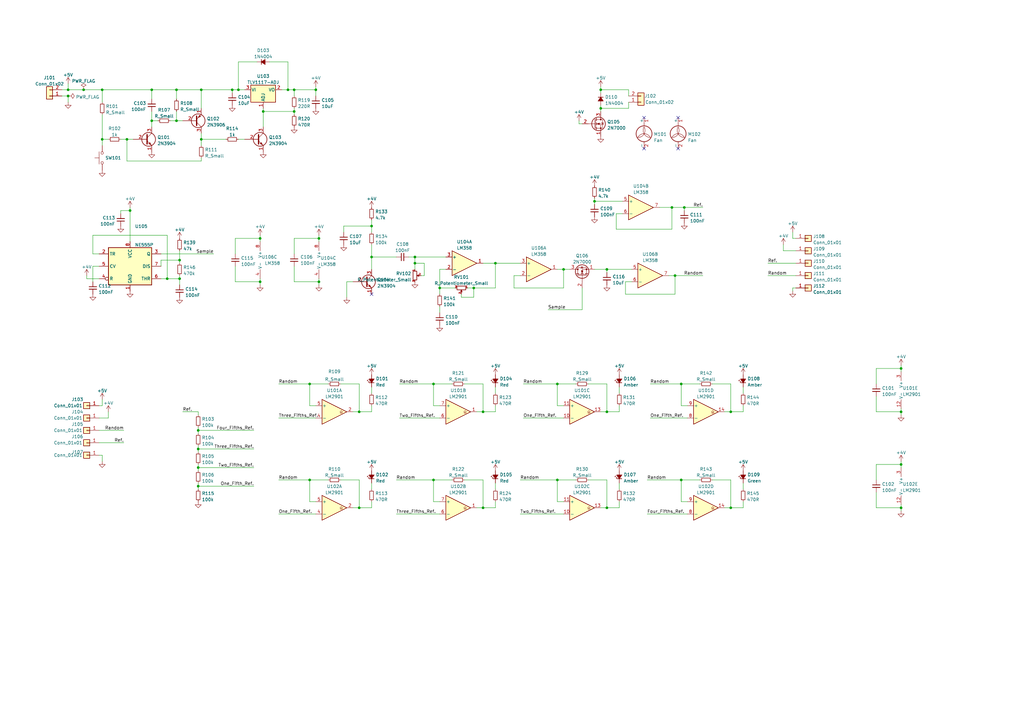
<source format=kicad_sch>
(kicad_sch (version 20211123) (generator eeschema)
  (paper "A3")
  (junction (at 81.28 191.77))
  (junction (at 127 157.48))
  (junction (at 82.55 36.83))
  (junction (at 228.6 157.48))
  (junction (at 41.91 57.15))
  (junction (at 81.28 199.39))
  (junction (at 106.68 97.79))
  (junction (at 62.23 36.83))
  (junction (at 299.72 168.91))
  (junction (at 68.58 114.3))
  (junction (at 231.14 110.49))
  (junction (at 62.23 49.53))
  (junction (at 27.94 39.37))
  (junction (at 34.29 36.83))
  (junction (at 369.57 151.13))
  (junction (at 82.55 57.15))
  (junction (at 53.34 86.36))
  (junction (at 73.66 114.3))
  (junction (at 81.28 184.15))
  (junction (at 369.57 168.91))
  (junction (at 106.68 115.57))
  (junction (at 118.11 36.83))
  (junction (at 177.8 157.48))
  (junction (at 170.18 107.95))
  (junction (at 97.79 36.83))
  (junction (at 130.81 97.79))
  (junction (at 27.94 36.83))
  (junction (at 72.39 49.53))
  (junction (at 73.66 106.68))
  (junction (at 248.92 168.91))
  (junction (at 276.86 113.03))
  (junction (at 198.12 208.28))
  (junction (at 170.18 105.41))
  (junction (at 194.31 118.11))
  (junction (at 152.4 105.41))
  (junction (at 275.59 85.09))
  (junction (at 177.8 196.85))
  (junction (at 152.4 92.71))
  (junction (at 180.34 118.11))
  (junction (at 127 196.85))
  (junction (at 129.54 36.83))
  (junction (at 72.39 36.83))
  (junction (at 120.65 45.72))
  (junction (at 243.84 82.55))
  (junction (at 130.81 115.57))
  (junction (at 248.92 208.28))
  (junction (at 246.38 36.83))
  (junction (at 95.25 36.83))
  (junction (at 81.28 176.53))
  (junction (at 147.32 168.91))
  (junction (at 198.12 168.91))
  (junction (at 369.57 208.28))
  (junction (at 41.91 36.83))
  (junction (at 248.92 110.49))
  (junction (at 279.4 157.48))
  (junction (at 369.57 190.5))
  (junction (at 147.32 208.28))
  (junction (at 280.67 85.09))
  (junction (at 246.38 44.45))
  (junction (at 52.07 57.15))
  (junction (at 299.72 208.28))
  (junction (at 107.95 45.72))
  (junction (at 279.4 196.85))
  (junction (at 120.65 36.83))
  (junction (at 203.2 107.95))
  (junction (at 228.6 196.85))
  (no_connect (at 278.13 60.96))
  (no_connect (at 278.13 48.26))
  (no_connect (at 264.16 48.26))
  (no_connect (at 264.16 60.96))
  (no_connect (at 152.4 120.65))
  (wire (pts (xy 81.28 182.88) (xy 81.28 184.15)))
  (wire (pts (xy 275.59 85.09) (xy 280.67 85.09)))
  (wire (pts (xy 314.96 113.03) (xy 326.39 113.03)))
  (wire (pts (xy 95.25 36.83) (xy 95.25 38.1)))
  (wire (pts (xy 115.57 36.83) (xy 118.11 36.83)))
  (wire (pts (xy 62.23 45.72) (xy 62.23 49.53)))
  (wire (pts (xy 304.8 205.74) (xy 304.8 208.28)))
  (wire (pts (xy 81.28 175.26) (xy 81.28 176.53)))
  (wire (pts (xy 114.3 196.85) (xy 127 196.85)))
  (wire (pts (xy 38.1 96.52) (xy 68.58 96.52)))
  (wire (pts (xy 38.1 104.14) (xy 38.1 96.52)))
  (wire (pts (xy 279.4 157.48) (xy 287.02 157.48)))
  (wire (pts (xy 224.79 127) (xy 238.76 127)))
  (wire (pts (xy 203.2 198.12) (xy 203.2 200.66)))
  (wire (pts (xy 185.42 196.85) (xy 177.8 196.85)))
  (wire (pts (xy 191.77 118.11) (xy 194.31 118.11)))
  (wire (pts (xy 243.84 82.55) (xy 243.84 83.82)))
  (wire (pts (xy 152.4 92.71) (xy 140.97 92.71)))
  (wire (pts (xy 66.04 106.68) (xy 73.66 106.68)))
  (wire (pts (xy 167.64 105.41) (xy 170.18 105.41)))
  (wire (pts (xy 41.91 163.83) (xy 41.91 166.37)))
  (wire (pts (xy 66.04 109.22) (xy 66.04 106.68)))
  (wire (pts (xy 180.34 110.49) (xy 180.34 118.11)))
  (wire (pts (xy 252.73 93.98) (xy 275.59 93.98)))
  (wire (pts (xy 369.57 149.86) (xy 369.57 151.13)))
  (wire (pts (xy 243.84 110.49) (xy 248.92 110.49)))
  (wire (pts (xy 142.24 115.57) (xy 144.78 115.57)))
  (wire (pts (xy 130.81 115.57) (xy 130.81 116.84)))
  (wire (pts (xy 81.28 176.53) (xy 81.28 177.8)))
  (wire (pts (xy 152.4 158.75) (xy 152.4 161.29)))
  (wire (pts (xy 326.39 97.79) (xy 325.12 97.79)))
  (wire (pts (xy 203.2 107.95) (xy 198.12 107.95)))
  (wire (pts (xy 248.92 208.28) (xy 248.92 196.85)))
  (wire (pts (xy 237.49 50.8) (xy 237.49 49.53)))
  (wire (pts (xy 180.34 118.11) (xy 180.34 120.65)))
  (wire (pts (xy 203.2 107.95) (xy 203.2 118.11)))
  (wire (pts (xy 72.39 36.83) (xy 82.55 36.83)))
  (wire (pts (xy 369.57 168.91) (xy 369.57 167.64)))
  (wire (pts (xy 74.93 168.91) (xy 81.28 168.91)))
  (wire (pts (xy 246.38 44.45) (xy 257.81 44.45)))
  (wire (pts (xy 81.28 191.77) (xy 104.14 191.77)))
  (wire (pts (xy 369.57 151.13) (xy 359.41 151.13)))
  (wire (pts (xy 279.4 196.85) (xy 287.02 196.85)))
  (wire (pts (xy 299.72 208.28) (xy 297.18 208.28)))
  (wire (pts (xy 170.18 107.95) (xy 170.18 110.49)))
  (wire (pts (xy 82.55 36.83) (xy 95.25 36.83)))
  (wire (pts (xy 81.28 168.91) (xy 81.28 170.18)))
  (wire (pts (xy 41.91 36.83) (xy 41.91 41.91)))
  (wire (pts (xy 246.38 36.83) (xy 246.38 38.1)))
  (wire (pts (xy 66.04 114.3) (xy 68.58 114.3)))
  (wire (pts (xy 203.2 205.74) (xy 203.2 208.28)))
  (wire (pts (xy 120.65 97.79) (xy 120.65 104.14)))
  (wire (pts (xy 198.12 196.85) (xy 190.5 196.85)))
  (wire (pts (xy 127 166.37) (xy 129.54 166.37)))
  (wire (pts (xy 170.18 105.41) (xy 170.18 107.95)))
  (wire (pts (xy 41.91 57.15) (xy 41.91 59.69)))
  (wire (pts (xy 359.41 162.56) (xy 359.41 168.91)))
  (wire (pts (xy 254 158.75) (xy 254 161.29)))
  (wire (pts (xy 120.65 36.83) (xy 129.54 36.83)))
  (wire (pts (xy 255.27 87.63) (xy 252.73 87.63)))
  (wire (pts (xy 359.41 201.93) (xy 359.41 208.28)))
  (wire (pts (xy 38.1 109.22) (xy 38.1 115.57)))
  (wire (pts (xy 81.28 184.15) (xy 104.14 184.15)))
  (wire (pts (xy 120.65 115.57) (xy 120.65 109.22)))
  (wire (pts (xy 276.86 113.03) (xy 274.32 113.03)))
  (wire (pts (xy 25.4 36.83) (xy 27.94 36.83)))
  (wire (pts (xy 280.67 85.09) (xy 280.67 86.36)))
  (wire (pts (xy 189.23 121.92) (xy 194.31 121.92)))
  (wire (pts (xy 95.25 36.83) (xy 97.79 36.83)))
  (wire (pts (xy 114.3 171.45) (xy 129.54 171.45)))
  (wire (pts (xy 82.55 54.61) (xy 82.55 57.15)))
  (wire (pts (xy 142.24 121.92) (xy 142.24 115.57)))
  (wire (pts (xy 254 205.74) (xy 254 208.28)))
  (wire (pts (xy 198.12 168.91) (xy 195.58 168.91)))
  (wire (pts (xy 73.66 113.03) (xy 73.66 114.3)))
  (wire (pts (xy 152.4 90.17) (xy 152.4 92.71)))
  (wire (pts (xy 27.94 39.37) (xy 27.94 41.91)))
  (wire (pts (xy 72.39 49.53) (xy 74.93 49.53)))
  (wire (pts (xy 81.28 184.15) (xy 81.28 185.42)))
  (wire (pts (xy 62.23 36.83) (xy 72.39 36.83)))
  (wire (pts (xy 134.62 157.48) (xy 127 157.48)))
  (wire (pts (xy 41.91 57.15) (xy 44.45 57.15)))
  (wire (pts (xy 257.81 41.91) (xy 257.81 44.45)))
  (wire (pts (xy 129.54 35.56) (xy 129.54 36.83)))
  (wire (pts (xy 304.8 208.28) (xy 299.72 208.28)))
  (wire (pts (xy 118.11 25.4) (xy 118.11 36.83)))
  (wire (pts (xy 96.52 104.14) (xy 96.52 97.79)))
  (wire (pts (xy 254 208.28) (xy 248.92 208.28)))
  (wire (pts (xy 228.6 196.85) (xy 236.22 196.85)))
  (wire (pts (xy 213.36 196.85) (xy 228.6 196.85)))
  (wire (pts (xy 118.11 36.83) (xy 120.65 36.83)))
  (wire (pts (xy 299.72 168.91) (xy 304.8 168.91)))
  (wire (pts (xy 189.23 120.65) (xy 189.23 121.92)))
  (wire (pts (xy 369.57 208.28) (xy 369.57 207.01)))
  (wire (pts (xy 254 166.37) (xy 254 168.91)))
  (wire (pts (xy 114.3 210.82) (xy 129.54 210.82)))
  (wire (pts (xy 152.4 166.37) (xy 152.4 168.91)))
  (wire (pts (xy 41.91 46.99) (xy 41.91 57.15)))
  (wire (pts (xy 97.79 57.15) (xy 100.33 57.15)))
  (wire (pts (xy 162.56 210.82) (xy 180.34 210.82)))
  (wire (pts (xy 147.32 208.28) (xy 147.32 196.85)))
  (wire (pts (xy 252.73 87.63) (xy 252.73 93.98)))
  (wire (pts (xy 152.4 208.28) (xy 147.32 208.28)))
  (wire (pts (xy 265.43 196.85) (xy 279.4 196.85)))
  (wire (pts (xy 170.18 105.41) (xy 182.88 105.41)))
  (wire (pts (xy 152.4 105.41) (xy 152.4 110.49)))
  (wire (pts (xy 246.38 35.56) (xy 246.38 36.83)))
  (wire (pts (xy 49.53 57.15) (xy 52.07 57.15)))
  (wire (pts (xy 198.12 168.91) (xy 198.12 157.48)))
  (wire (pts (xy 81.28 199.39) (xy 104.14 199.39)))
  (wire (pts (xy 257.81 36.83) (xy 246.38 36.83)))
  (wire (pts (xy 276.86 120.65) (xy 276.86 113.03)))
  (wire (pts (xy 27.94 36.83) (xy 34.29 36.83)))
  (wire (pts (xy 53.34 86.36) (xy 53.34 99.06)))
  (wire (pts (xy 304.8 198.12) (xy 304.8 200.66)))
  (wire (pts (xy 231.14 118.11) (xy 231.14 110.49)))
  (wire (pts (xy 246.38 45.72) (xy 246.38 44.45)))
  (wire (pts (xy 147.32 196.85) (xy 139.7 196.85)))
  (wire (pts (xy 53.34 85.09) (xy 53.34 86.36)))
  (wire (pts (xy 62.23 36.83) (xy 62.23 40.64)))
  (wire (pts (xy 69.85 49.53) (xy 72.39 49.53)))
  (wire (pts (xy 170.18 107.95) (xy 173.99 107.95)))
  (wire (pts (xy 106.68 97.79) (xy 106.68 99.06)))
  (wire (pts (xy 177.8 166.37) (xy 180.34 166.37)))
  (wire (pts (xy 198.12 208.28) (xy 198.12 196.85)))
  (wire (pts (xy 299.72 157.48) (xy 292.1 157.48)))
  (wire (pts (xy 275.59 93.98) (xy 275.59 85.09)))
  (wire (pts (xy 214.63 171.45) (xy 231.14 171.45)))
  (wire (pts (xy 120.65 36.83) (xy 120.65 39.37)))
  (wire (pts (xy 127 205.74) (xy 129.54 205.74)))
  (wire (pts (xy 180.34 125.73) (xy 180.34 128.27)))
  (wire (pts (xy 256.54 120.65) (xy 276.86 120.65)))
  (wire (pts (xy 304.8 158.75) (xy 304.8 161.29)))
  (wire (pts (xy 162.56 196.85) (xy 177.8 196.85)))
  (wire (pts (xy 369.57 191.77) (xy 369.57 190.5)))
  (wire (pts (xy 369.57 190.5) (xy 359.41 190.5)))
  (wire (pts (xy 321.31 102.87) (xy 321.31 100.33)))
  (wire (pts (xy 275.59 85.09) (xy 270.51 85.09)))
  (wire (pts (xy 190.5 157.48) (xy 198.12 157.48)))
  (wire (pts (xy 198.12 208.28) (xy 195.58 208.28)))
  (wire (pts (xy 369.57 151.13) (xy 369.57 152.4)))
  (wire (pts (xy 231.14 205.74) (xy 228.6 205.74)))
  (wire (pts (xy 172.72 113.03) (xy 173.99 113.03)))
  (wire (pts (xy 106.68 115.57) (xy 106.68 116.84)))
  (wire (pts (xy 144.78 168.91) (xy 147.32 168.91)))
  (wire (pts (xy 246.38 43.18) (xy 246.38 44.45)))
  (wire (pts (xy 243.84 82.55) (xy 255.27 82.55)))
  (wire (pts (xy 248.92 110.49) (xy 259.08 110.49)))
  (wire (pts (xy 127 196.85) (xy 127 205.74)))
  (wire (pts (xy 114.3 157.48) (xy 127 157.48)))
  (wire (pts (xy 243.84 81.28) (xy 243.84 82.55)))
  (wire (pts (xy 35.56 113.03) (xy 35.56 114.3)))
  (wire (pts (xy 266.7 157.48) (xy 279.4 157.48)))
  (wire (pts (xy 68.58 114.3) (xy 73.66 114.3)))
  (wire (pts (xy 248.92 208.28) (xy 246.38 208.28)))
  (wire (pts (xy 256.54 115.57) (xy 256.54 120.65)))
  (wire (pts (xy 280.67 85.09) (xy 288.29 85.09)))
  (wire (pts (xy 40.64 186.69) (xy 41.91 186.69)))
  (wire (pts (xy 72.39 45.72) (xy 72.39 49.53)))
  (wire (pts (xy 359.41 168.91) (xy 369.57 168.91)))
  (wire (pts (xy 180.34 118.11) (xy 186.69 118.11)))
  (wire (pts (xy 73.66 106.68) (xy 73.66 107.95)))
  (wire (pts (xy 163.83 157.48) (xy 177.8 157.48)))
  (wire (pts (xy 62.23 49.53) (xy 62.23 52.07)))
  (wire (pts (xy 41.91 36.83) (xy 62.23 36.83)))
  (wire (pts (xy 203.2 168.91) (xy 198.12 168.91)))
  (wire (pts (xy 107.95 44.45) (xy 107.95 45.72)))
  (wire (pts (xy 96.52 115.57) (xy 96.52 109.22)))
  (wire (pts (xy 118.11 25.4) (xy 110.49 25.4)))
  (wire (pts (xy 40.64 176.53) (xy 50.8 176.53)))
  (wire (pts (xy 120.65 44.45) (xy 120.65 45.72)))
  (wire (pts (xy 73.66 114.3) (xy 73.66 116.84)))
  (wire (pts (xy 281.94 205.74) (xy 279.4 205.74)))
  (wire (pts (xy 130.81 114.3) (xy 130.81 115.57)))
  (wire (pts (xy 81.28 191.77) (xy 81.28 193.04)))
  (wire (pts (xy 299.72 168.91) (xy 297.18 168.91)))
  (wire (pts (xy 53.34 86.36) (xy 49.53 86.36)))
  (wire (pts (xy 41.91 186.69) (xy 41.91 189.23)))
  (wire (pts (xy 359.41 208.28) (xy 369.57 208.28)))
  (wire (pts (xy 68.58 96.52) (xy 68.58 114.3)))
  (wire (pts (xy 369.57 168.91) (xy 369.57 170.18)))
  (wire (pts (xy 52.07 57.15) (xy 54.61 57.15)))
  (wire (pts (xy 177.8 196.85) (xy 177.8 205.74)))
  (wire (pts (xy 266.7 171.45) (xy 281.94 171.45)))
  (wire (pts (xy 228.6 157.48) (xy 228.6 166.37)))
  (wire (pts (xy 213.36 210.82) (xy 231.14 210.82)))
  (wire (pts (xy 359.41 190.5) (xy 359.41 196.85)))
  (wire (pts (xy 248.92 168.91) (xy 248.92 157.48)))
  (wire (pts (xy 120.65 45.72) (xy 120.65 46.99)))
  (wire (pts (xy 82.55 57.15) (xy 82.55 59.69)))
  (wire (pts (xy 304.8 166.37) (xy 304.8 168.91)))
  (wire (pts (xy 369.57 189.23) (xy 369.57 190.5)))
  (wire (pts (xy 130.81 115.57) (xy 120.65 115.57)))
  (wire (pts (xy 130.81 97.79) (xy 130.81 99.06)))
  (wire (pts (xy 359.41 151.13) (xy 359.41 157.48)))
  (wire (pts (xy 259.08 115.57) (xy 256.54 115.57)))
  (wire (pts (xy 40.64 114.3) (xy 35.56 114.3)))
  (wire (pts (xy 265.43 210.82) (xy 281.94 210.82)))
  (wire (pts (xy 231.14 110.49) (xy 233.68 110.49)))
  (wire (pts (xy 44.45 168.91) (xy 44.45 171.45)))
  (wire (pts (xy 107.95 45.72) (xy 107.95 52.07)))
  (wire (pts (xy 25.4 39.37) (xy 27.94 39.37)))
  (wire (pts (xy 238.76 118.11) (xy 238.76 127)))
  (wire (pts (xy 152.4 105.41) (xy 162.56 105.41)))
  (wire (pts (xy 248.92 157.48) (xy 241.3 157.48)))
  (wire (pts (xy 81.28 198.12) (xy 81.28 199.39)))
  (wire (pts (xy 228.6 205.74) (xy 228.6 196.85)))
  (wire (pts (xy 325.12 118.11) (xy 325.12 119.38)))
  (wire (pts (xy 147.32 168.91) (xy 152.4 168.91)))
  (wire (pts (xy 106.68 114.3) (xy 106.68 115.57)))
  (wire (pts (xy 299.72 168.91) (xy 299.72 157.48)))
  (wire (pts (xy 107.95 45.72) (xy 120.65 45.72)))
  (wire (pts (xy 248.92 196.85) (xy 241.3 196.85)))
  (wire (pts (xy 152.4 205.74) (xy 152.4 208.28)))
  (wire (pts (xy 325.12 97.79) (xy 325.12 95.25)))
  (wire (pts (xy 106.68 96.52) (xy 106.68 97.79)))
  (wire (pts (xy 134.62 196.85) (xy 127 196.85)))
  (wire (pts (xy 177.8 157.48) (xy 177.8 166.37)))
  (wire (pts (xy 44.45 171.45) (xy 40.64 171.45)))
  (wire (pts (xy 185.42 157.48) (xy 177.8 157.48)))
  (wire (pts (xy 248.92 168.91) (xy 246.38 168.91)))
  (wire (pts (xy 276.86 113.03) (xy 288.29 113.03)))
  (wire (pts (xy 147.32 208.28) (xy 144.78 208.28)))
  (wire (pts (xy 152.4 100.33) (xy 152.4 105.41)))
  (wire (pts (xy 254 168.91) (xy 248.92 168.91)))
  (wire (pts (xy 163.83 171.45) (xy 180.34 171.45)))
  (wire (pts (xy 82.55 57.15) (xy 92.71 57.15)))
  (wire (pts (xy 173.99 113.03) (xy 173.99 107.95)))
  (wire (pts (xy 203.2 107.95) (xy 213.36 107.95)))
  (wire (pts (xy 82.55 66.04) (xy 82.55 64.77)))
  (wire (pts (xy 147.32 157.48) (xy 139.7 157.48)))
  (wire (pts (xy 97.79 36.83) (xy 100.33 36.83)))
  (wire (pts (xy 130.81 96.52) (xy 130.81 97.79)))
  (wire (pts (xy 129.54 36.83) (xy 129.54 39.37)))
  (wire (pts (xy 214.63 157.48) (xy 228.6 157.48)))
  (wire (pts (xy 236.22 157.48) (xy 228.6 157.48)))
  (wire (pts (xy 238.76 50.8) (xy 237.49 50.8)))
  (wire (pts (xy 299.72 208.28) (xy 299.72 196.85)))
  (wire (pts (xy 52.07 66.04) (xy 82.55 66.04)))
  (wire (pts (xy 254 198.12) (xy 254 200.66)))
  (wire (pts (xy 203.2 208.28) (xy 198.12 208.28)))
  (wire (pts (xy 314.96 107.95) (xy 326.39 107.95)))
  (wire (pts (xy 228.6 110.49) (xy 231.14 110.49)))
  (wire (pts (xy 326.39 102.87) (xy 321.31 102.87)))
  (wire (pts (xy 82.55 36.83) (xy 82.55 44.45)))
  (wire (pts (xy 97.79 25.4) (xy 97.79 36.83)))
  (wire (pts (xy 152.4 92.71) (xy 152.4 95.25)))
  (wire (pts (xy 203.2 166.37) (xy 203.2 168.91)))
  (wire (pts (xy 152.4 198.12) (xy 152.4 200.66)))
  (wire (pts (xy 52.07 66.04) (xy 52.07 57.15)))
  (wire (pts (xy 40.64 181.61) (xy 50.8 181.61)))
  (wire (pts (xy 228.6 166.37) (xy 231.14 166.37)))
  (wire (pts (xy 106.68 115.57) (xy 96.52 115.57)))
  (wire (pts (xy 299.72 196.85) (xy 292.1 196.85)))
  (wire (pts (xy 34.29 36.83) (xy 41.91 36.83)))
  (wire (pts (xy 40.64 109.22) (xy 38.1 109.22)))
  (wire (pts (xy 194.31 121.92) (xy 194.31 118.11)))
  (wire (pts (xy 203.2 158.75) (xy 203.2 161.29)))
  (wire (pts (xy 127 157.48) (xy 127 166.37)))
  (wire (pts (xy 279.4 166.37) (xy 281.94 166.37)))
  (wire (pts (xy 194.31 118.11) (xy 203.2 118.11)))
  (wire (pts (xy 40.64 166.37) (xy 41.91 166.37)))
  (wire (pts (xy 326.39 118.11) (xy 325.12 118.11)))
  (wire (pts (xy 81.28 176.53) (xy 104.14 176.53)))
  (wire (pts (xy 81.28 190.5) (xy 81.28 191.77)))
  (wire (pts (xy 105.41 25.4) (xy 97.79 25.4)))
  (wire (pts (xy 130.81 97.79) (xy 120.65 97.79)))
  (wire (pts (xy 81.28 199.39) (xy 81.28 200.66)))
  (wire (pts (xy 72.39 36.83) (xy 72.39 40.64)))
  (wire (pts (xy 66.04 104.14) (xy 87.63 104.14)))
  (wire (pts (xy 62.23 49.53) (xy 64.77 49.53)))
  (wire (pts (xy 210.82 113.03) (xy 210.82 118.11)))
  (wire (pts (xy 177.8 205.74) (xy 180.34 205.74)))
  (wire (pts (xy 147.32 168.91) (xy 147.32 157.48)))
  (wire (pts (xy 73.66 102.87) (xy 73.66 106.68)))
  (wire (pts (xy 210.82 118.11) (xy 231.14 118.11)))
  (wire (pts (xy 248.92 110.49) (xy 248.92 111.76)))
  (wire (pts (xy 40.64 104.14) (xy 38.1 104.14)))
  (wire (pts (xy 27.94 34.29) (xy 27.94 36.83)))
  (wire (pts (xy 182.88 110.49) (xy 180.34 110.49)))
  (wire (pts (xy 279.4 205.74) (xy 279.4 196.85)))
  (wire (pts (xy 213.36 113.03) (xy 210.82 113.03)))
  (wire (pts (xy 257.81 39.37) (xy 257.81 36.83)))
  (wire (pts (xy 369.57 208.28) (xy 369.57 209.55)))
  (wire (pts (xy 49.53 86.36) (xy 49.53 87.63)))
  (wire (pts (xy 96.52 97.79) (xy 106.68 97.79)))
  (wire (pts (xy 140.97 92.71) (xy 140.97 95.25)))
  (wire (pts (xy 279.4 166.37) (xy 279.4 157.48)))
  (label "Random" (at 163.83 157.48 0))
  (label "Four_Fifths_Ref." (at 265.43 210.82 0))
  (label "Three_Fifths_Ref." (at 162.56 210.82 0))
  (label "Sample" (at 224.79 127 0))
  (label "Four_Fifths_Ref." (at 104.14 176.53 180))
  (label "Random" (at 114.3 196.85 0))
  (label "Random" (at 266.7 157.48 0))
  (label "One_Fifth_Ref." (at 114.3 210.82 0))
  (label "Ref." (at 50.8 181.61 180))
  (label "Two_Fifths_Ref." (at 213.36 210.82 0))
  (label "Three_Fifths_Ref." (at 114.3 171.45 0))
  (label "Ref." (at 314.96 107.95 0))
  (label "Random" (at 162.56 196.85 0))
  (label "Random" (at 214.63 157.48 0))
  (label "Three_Fifths_Ref." (at 104.14 184.15 180))
  (label "Random" (at 288.29 113.03 180))
  (label "Sample" (at 87.63 104.14 180))
  (label "Ref." (at 288.29 85.09 180))
  (label "Random" (at 314.96 113.03 0))
  (label "Random" (at 114.3 157.48 0))
  (label "Two_Fifths_Ref." (at 163.83 171.45 0))
  (label "One_Fifth_Ref." (at 214.63 171.45 0))
  (label "One_Fifth_Ref." (at 104.14 199.39 180))
  (label "One_Fifth_Ref." (at 266.7 171.45 0))
  (label "Two_Fifths_Ref." (at 104.14 191.77 180))
  (label "Random" (at 213.36 196.85 0))
  (label "Random" (at 50.8 176.53 180))
  (label "Ref." (at 74.93 168.91 0))
  (label "Random" (at 265.43 196.85 0))
  (symbol (lib_id "Device:R_Small") (at 203.2 203.2 180) (unit 1)
    (property "Reference" "R124" (at 204.6986 202.3653 0) (effects (justify right)))
    (property "Value" "470R" (at 204.6986 204.9022 0) (effects (justify right)))
    (property "Footprint" "Resistor_THT:R_Axial_DIN0204_L3.6mm_D1.6mm_P1.90mm_Vertical" (effects hide))
  )
  (symbol (lib_id "Device:R_Small") (at 41.91 44.45 0) (unit 1)
    (property "Reference" "R101" (at 43.4086 43.6153 0) (effects (justify left)))
    (property "Value" "R_Small" (at 43.4086 46.1522 0) (effects (justify left)))
    (property "Footprint" "Resistor_THT:R_Axial_DIN0204_L3.6mm_D1.6mm_P5.08mm_Horizontal" (effects hide))
  )
  (symbol (lib_id "Amplifier_Operational:LM358") (at 220.98 110.49 0) (unit 1)
    (property "Reference" "U106" (at 220.98 101.7102 0))
    (property "Value" "LM358" (at 220.98 104.2471 0))
    (property "Footprint" "Package_DIP:DIP-8_W7.62mm" (effects hide))
    (property "Datasheet" "http://www.ti.com/lit/ds/symlink/lm2904-n.pdf" (effects hide))
  )
  (symbol (lib_id "novasource_parts:GND") (at 180.34 133.35 0) (unit 1)
    (property "Reference" "#PWR0135" (effects hide))
    (property "Value" "GND" (effects hide))
  )
  (symbol (lib_id "Device:R_Small") (at 238.76 157.48 90) (unit 1)
    (property "Reference" "R129" (at 238.76 153.0436 90))
    (property "Value" "R_Small" (at 238.76 155.5805 90))
    (property "Footprint" "Resistor_THT:R_Axial_DIN0204_L3.6mm_D1.6mm_P1.90mm_Vertical" (effects hide))
  )
  (symbol (lib_id "Switch:SW_Push") (at 41.91 64.77 90) (unit 1)
    (property "Reference" "SW101" (at 43.18 64.77 90) (effects (justify right)))
    (property "Value" "SW_Push" (effects hide))
    (property "Footprint" "Button_Switch_THT:SW_PUSH_6mm" (effects hide))
  )
  (symbol (lib_id "Device:D_Small_Filled") (at 107.95 25.4 0) (unit 1)
    (property "Reference" "D103" (at 107.95 20.6842 0))
    (property "Value" "1N4004" (at 107.95 23.2211 0))
    (property "Footprint" "Diode_THT:D_DO-41_SOD81_P2.54mm_Vertical_AnodeUp" (effects hide))
  )
  (symbol (lib_id "novasource_parts:GND") (at 107.95 62.23 0) (mirror y) (unit 1)
    (property "Reference" "#PWR0114" (effects hide))
    (property "Value" "GND" (effects hide))
  )
  (symbol (lib_id "Device:R_Small") (at 289.56 157.48 90) (unit 1)
    (property "Reference" "R142" (at 289.56 153.0436 90))
    (property "Value" "R_Small" (at 289.56 155.5805 90))
    (property "Footprint" "Resistor_THT:R_Axial_DIN0204_L3.6mm_D1.6mm_P1.90mm_Vertical" (effects hide))
  )
  (symbol (lib_id "novasource_parts:GND") (at 248.92 116.84 0) (unit 1)
    (property "Reference" "#PWR0152" (effects hide))
    (property "Value" "GND" (effects hide))
  )
  (symbol (lib_id "Device:C_Small") (at 359.41 199.39 0) (unit 1)
    (property "Reference" "C102" (at 361.7341 198.5616 0) (effects (justify left)))
    (property "Value" "100nF" (at 361.7341 201.0985 0) (effects (justify left)))
    (property "Footprint" "Capacitor_THT:C_Disc_D3.0mm_W2.0mm_P2.50mm" (effects hide))
  )
  (symbol (lib_id "Device:R_Small") (at 304.8 203.2 180) (unit 1)
    (property "Reference" "R145" (at 306.2986 202.3653 0) (effects (justify right)))
    (property "Value" "470R" (at 306.2986 204.9022 0) (effects (justify right)))
    (property "Footprint" "Resistor_THT:R_Axial_DIN0204_L3.6mm_D1.6mm_P5.08mm_Horizontal" (effects hide))
  )
  (symbol (lib_id "Device:R_Small") (at 81.28 187.96 0) (unit 1)
    (property "Reference" "R105" (at 82.7786 187.1253 0) (effects (justify left)))
    (property "Value" "100k" (at 82.7786 189.6622 0) (effects (justify left)))
    (property "Footprint" "Resistor_THT:R_Axial_DIN0204_L3.6mm_D1.6mm_P5.08mm_Horizontal" (effects hide))
  )
  (symbol (lib_id "novasource_parts:GND") (at 38.1 120.65 0) (unit 1)
    (property "Reference" "#PWR0144" (effects hide))
    (property "Value" "GND" (effects hide))
  )
  (symbol (lib_id "Device:LED_Small_Filled") (at 152.4 195.58 90) (unit 1)
    (property "Reference" "D102" (at 154.178 194.6818 90) (effects (justify right)))
    (property "Value" "Red" (at 154.178 197.2187 90) (effects (justify right)))
    (property "Footprint" "LED_THT:LED_D3.0mm" (effects hide))
  )
  (symbol (lib_id "Device:R_Small") (at 187.96 196.85 90) (unit 1)
    (property "Reference" "R122" (at 187.96 192.4136 90))
    (property "Value" "R_Small" (at 187.96 194.9505 90))
    (property "Footprint" "Resistor_THT:R_Axial_DIN0204_L3.6mm_D1.6mm_P1.90mm_Vertical" (effects hide))
  )
  (symbol (lib_id "Device:C_Small") (at 38.1 118.11 0) (mirror y) (unit 1)
    (property "Reference" "C112" (at 40.4241 117.2816 0) (effects (justify right)))
    (property "Value" "100nF" (at 40.4241 119.8185 0) (effects (justify right)))
    (property "Footprint" "Capacitor_THT:C_Disc_D3.0mm_W2.0mm_P2.50mm" (effects hide))
  )
  (symbol (lib_id "Device:R_Small") (at 73.66 100.33 180) (unit 1)
    (property "Reference" "R139" (at 75.1586 99.4953 0) (effects (justify right)))
    (property "Value" "47k" (at 75.1586 102.0322 0) (effects (justify right)))
    (property "Footprint" "Resistor_THT:R_Axial_DIN0204_L3.6mm_D1.6mm_P1.90mm_Vertical" (effects hide))
  )
  (symbol (lib_id "power:+4V") (at 106.68 96.52 0) (unit 1)
    (property "Reference" "#PWR0150" (effects hide))
    (property "Value" "+4V" (at 106.68 92.9442 0))
  )
  (symbol (lib_id "novasource_parts:GND") (at 27.94 41.91 0) (unit 1)
    (property "Reference" "#PWR0101" (effects hide))
    (property "Value" "GND" (effects hide))
  )
  (symbol (lib_id "novasource_parts:GND") (at 49.53 92.71 0) (unit 1)
    (property "Reference" "#PWR0145" (effects hide))
    (property "Value" "GND" (effects hide))
  )
  (symbol (lib_id "novasource_parts:GND") (at 41.91 69.85 0) (unit 1)
    (property "Reference" "#PWR0106" (effects hide))
    (property "Value" "GND" (effects hide))
  )
  (symbol (lib_id "Device:C_Small") (at 96.52 106.68 0) (unit 1)
    (property "Reference" "C115" (at 98.8441 105.8516 0) (effects (justify left)))
    (property "Value" "100nF" (at 98.8441 108.3885 0) (effects (justify left)))
    (property "Footprint" "Capacitor_THT:C_Disc_D3.0mm_W2.0mm_P2.50mm" (effects hide))
  )
  (symbol (lib_id "Transistor_FET:2N7000") (at 238.76 113.03 90) (unit 1)
    (property "Reference" "Q106" (at 238.76 104.8852 90))
    (property "Value" "2N7000" (at 238.76 107.4221 90))
    (property "Footprint" "Package_TO_SOT_THT:TO-92_Inline_Wide" (effects hide))
    (property "Datasheet" "https://www.vishay.com/docs/70226/70226.pdf" (effects hide))
  )
  (symbol (lib_id "novasource_parts:GND") (at 130.81 116.84 0) (unit 1)
    (property "Reference" "#PWR0124" (effects hide))
    (property "Value" "GND" (effects hide))
  )
  (symbol (lib_id "Connector_Generic:Conn_01x01") (at 331.47 107.95 0) (unit 1)
    (property "Reference" "J110" (at 333.502 107.1153 0) (effects (justify left)))
    (property "Value" "Conn_01x01" (at 333.502 109.6522 0) (effects (justify left)))
    (property "Footprint" "parts:PinHeader_1x01_P2.54mm_Vertical" (effects hide))
  )
  (symbol (lib_id "power:+4V") (at 130.81 96.52 0) (unit 1)
    (property "Reference" "#PWR0123" (effects hide))
    (property "Value" "+4V" (at 130.81 92.9442 0))
  )
  (symbol (lib_id "Transistor_FET:2N7000") (at 243.84 50.8 0) (unit 1)
    (property "Reference" "Q105" (at 249.047 49.9653 0) (effects (justify left)))
    (property "Value" "2N7000" (at 249.047 52.5022 0) (effects (justify left)))
    (property "Footprint" "Package_TO_SOT_THT:TO-92_Inline" (effects hide))
    (property "Datasheet" "https://www.vishay.com/docs/70226/70226.pdf" (effects hide))
  )
  (symbol (lib_id "power:PWR_FLAG") (at 34.29 36.83 0) (unit 1)
    (property "Reference" "#FLG0101" (effects hide))
    (property "Value" "PWR_FLAG" (at 34.29 33.2542 0))
  )
  (symbol (lib_id "power:+5V") (at 304.8 193.04 0) (unit 1)
    (property "Reference" "#PWR0128" (effects hide))
    (property "Value" "+5V" (at 304.8 189.4642 0))
  )
  (symbol (lib_id "Device:R_Small") (at 238.76 196.85 90) (unit 1)
    (property "Reference" "R130" (at 238.76 192.4136 90))
    (property "Value" "R_Small" (at 238.76 194.9505 90))
    (property "Footprint" "Resistor_THT:R_Axial_DIN0204_L3.6mm_D1.6mm_P5.08mm_Horizontal" (effects hide))
  )
  (symbol (lib_id "Connector_Generic:Conn_01x01") (at 331.47 118.11 0) (unit 1)
    (property "Reference" "J112" (at 333.502 117.2753 0) (effects (justify left)))
    (property "Value" "Conn_01x01" (at 333.502 119.8122 0) (effects (justify left)))
    (property "Footprint" "parts:PinHeader_1x01_P2.54mm_Vertical" (effects hide))
  )
  (symbol (lib_id "power:+4V") (at 35.56 113.03 0) (unit 1)
    (property "Reference" "#PWR0143" (effects hide))
    (property "Value" "+4V" (at 35.56 109.4542 0))
  )
  (symbol (lib_id "Device:Q_NPN_EBC") (at 59.69 57.15 0) (unit 1)
    (property "Reference" "Q101" (at 64.5414 56.3153 0) (effects (justify left)))
    (property "Value" "2N3904" (at 64.5414 58.8522 0) (effects (justify left)))
    (property "Footprint" "Package_TO_SOT_THT:TO-92L_Inline" (effects hide))
  )
  (symbol (lib_id "Device:R_Small") (at 152.4 163.83 0) (unit 1)
    (property "Reference" "R112" (at 153.8986 162.9953 0) (effects (justify left)))
    (property "Value" "470R" (at 153.8986 165.5322 0) (effects (justify left)))
    (property "Footprint" "Resistor_THT:R_Axial_DIN0204_L3.6mm_D1.6mm_P5.08mm_Horizontal" (effects hide))
  )
  (symbol (lib_id "Regulator_Linear:TLV1117-ADJ") (at 107.95 36.83 0) (unit 1)
    (property "Reference" "U103" (at 107.95 31.2252 0))
    (property "Value" "TLV1117-ADJ" (at 107.95 33.7621 0))
    (property "Footprint" "Package_TO_SOT_THT:TO-220-3_Vertical" (effects hide))
    (property "Datasheet" "http://www.ti.com/lit/ds/symlink/tlv1117.pdf" (effects hide))
  )
  (symbol (lib_id "power:+4V") (at 152.4 85.09 0) (unit 1)
    (property "Reference" "#PWR0129" (effects hide))
    (property "Value" "+4V" (at 152.4 81.5142 0))
  )
  (symbol (lib_id "Device:C_Small") (at 95.25 40.64 0) (unit 1)
    (property "Reference" "C104" (at 97.5741 39.8116 0) (effects (justify left)))
    (property "Value" "10uF" (at 97.5741 42.3485 0) (effects (justify left)))
    (property "Footprint" "Capacitor_THT:C_Disc_D4.7mm_W2.5mm_P5.00mm" (effects hide))
  )
  (symbol (lib_id "novasource_parts:GND") (at 325.12 119.38 0) (unit 1)
    (property "Reference" "#PWR0136" (effects hide))
    (property "Value" "GND" (effects hide))
  )
  (symbol (lib_id "Device:C_Small") (at 129.54 41.91 0) (unit 1)
    (property "Reference" "C105" (at 131.8641 41.0816 0) (effects (justify left)))
    (property "Value" "10uF" (at 131.8641 43.6185 0) (effects (justify left)))
    (property "Footprint" "Capacitor_THT:C_Disc_D4.7mm_W2.5mm_P5.00mm" (effects hide))
  )
  (symbol (lib_id "Device:R_Small") (at 243.84 78.74 0) (unit 1)
    (property "Reference" "R140" (at 245.3386 77.9053 0) (effects (justify left)))
    (property "Value" "4.7k" (at 245.3386 80.4422 0) (effects (justify left)))
    (property "Footprint" "Resistor_THT:R_Axial_DIN0204_L3.6mm_D1.6mm_P1.90mm_Vertical" (effects hide))
  )
  (symbol (lib_id "Amplifier_Operational:LM358") (at 262.89 85.09 0) (unit 2)
    (property "Reference" "U104" (at 262.89 76.3102 0))
    (property "Value" "LM358" (at 262.89 78.8471 0))
    (property "Footprint" "Package_DIP:DIP-8_W7.62mm" (effects hide))
    (property "Datasheet" "http://www.ti.com/lit/ds/symlink/lm2904-n.pdf" (effects hide))
  )
  (symbol (lib_id "novasource_parts:GND") (at 95.25 43.18 0) (unit 1)
    (property "Reference" "#PWR0112" (effects hide))
    (property "Value" "GND" (effects hide))
  )
  (symbol (lib_id "novasource_parts:GND") (at 81.28 205.74 0) (unit 1)
    (property "Reference" "#PWR0107" (effects hide))
    (property "Value" "GND" (effects hide))
  )
  (symbol (lib_id "Device:R_Small") (at 180.34 123.19 0) (unit 1)
    (property "Reference" "R141" (at 181.8386 122.3553 0) (effects (justify left)))
    (property "Value" "100k" (at 181.8386 124.8922 0) (effects (justify left)))
    (property "Footprint" "Resistor_THT:R_Axial_DIN0204_L3.6mm_D1.6mm_P1.90mm_Vertical" (effects hide))
  )
  (symbol (lib_id "Device:C_Small") (at 140.97 97.79 0) (unit 1)
    (property "Reference" "C107" (at 143.2941 96.9616 0) (effects (justify left)))
    (property "Value" "10uF" (at 143.2941 99.4985 0) (effects (justify left)))
    (property "Footprint" "Capacitor_THT:C_Disc_D4.7mm_W2.5mm_P5.00mm" (effects hide))
  )
  (symbol (lib_id "Device:R_Small") (at 67.31 49.53 270) (unit 1)
    (property "Reference" "R107" (at 67.31 45.0936 90))
    (property "Value" "R_Small" (at 67.31 47.6305 90))
    (property "Footprint" "Resistor_THT:R_Axial_DIN0204_L3.6mm_D1.6mm_P1.90mm_Vertical" (effects hide))
  )
  (symbol (lib_id "power:+4V") (at 237.49 49.53 0) (unit 1)
    (property "Reference" "#PWR0141" (effects hide))
    (property "Value" "+4V" (at 237.49 45.9542 0))
  )
  (symbol (lib_id "Device:C_Small") (at 120.65 106.68 0) (unit 1)
    (property "Reference" "C106" (at 123.19 105.41 0) (effects (justify left)))
    (property "Value" "100nF" (at 123.19 107.95 0) (effects (justify left)))
    (property "Footprint" "Capacitor_THT:C_Disc_D3.0mm_W2.0mm_P2.50mm" (effects hide))
  )
  (symbol (lib_id "power:+5V") (at 325.12 95.25 0) (unit 1)
    (property "Reference" "#PWR0131" (effects hide))
    (property "Value" "+5V" (at 325.12 91.6742 0))
  )
  (symbol (lib_id "Amplifier_Operational:LM358") (at 133.35 106.68 0) (unit 3)
    (property "Reference" "U104" (at 131.445 105.8453 0) (effects (justify left)))
    (property "Value" "LM358" (at 131.445 108.3822 0) (effects (justify left)))
    (property "Footprint" "Package_DIP:DIP-8_W7.62mm" (effects hide))
    (property "Datasheet" "http://www.ti.com/lit/ds/symlink/lm2904-n.pdf" (effects hide))
  )
  (symbol (lib_id "Device:R_Small") (at 81.28 180.34 180) (unit 1)
    (property "Reference" "R104" (at 82.7786 179.5053 0) (effects (justify right)))
    (property "Value" "100k" (at 82.7786 182.0422 0) (effects (justify right)))
    (property "Footprint" "Resistor_THT:R_Axial_DIN0204_L3.6mm_D1.6mm_P5.08mm_Horizontal" (effects hide))
  )
  (symbol (lib_id "power:+4V") (at 243.84 76.2 0) (unit 1)
    (property "Reference" "#PWR0133" (effects hide))
    (property "Value" "+4V" (at 243.84 72.6242 0))
  )
  (symbol (lib_id "Device:C_Small") (at 280.67 88.9 0) (unit 1)
    (property "Reference" "C111" (at 282.9941 88.0716 0) (effects (justify left)))
    (property "Value" "100nF" (at 282.9941 90.6085 0) (effects (justify left)))
    (property "Footprint" "Capacitor_THT:C_Disc_D3.0mm_W2.0mm_P2.50mm" (effects hide))
  )
  (symbol (lib_id "Device:R_Small") (at 120.65 41.91 0) (unit 1)
    (property "Reference" "R119" (at 122.1486 41.0753 0) (effects (justify left)))
    (property "Value" "220R" (at 122.1486 43.6122 0) (effects (justify left)))
    (property "Footprint" "Resistor_THT:R_Axial_DIN0204_L3.6mm_D1.6mm_P1.90mm_Vertical" (effects hide))
  )
  (symbol (lib_id "power:+5V") (at 203.2 193.04 0) (unit 1)
    (property "Reference" "#PWR0120" (effects hide))
    (property "Value" "+5V" (at 203.2 189.4642 0))
  )
  (symbol (lib_id "Comparator:LM2901") (at 137.16 168.91 0) (unit 1)
    (property "Reference" "U101" (at 137.16 160.1302 0))
    (property "Value" "LM2901" (at 137.16 162.6671 0))
    (property "Footprint" "Package_DIP:DIP-14_W7.62mm" (effects hide))
    (property "Datasheet" "https://www.st.com/resource/en/datasheet/lm2901.pdf" (effects hide))
  )
  (symbol (lib_id "novasource_parts:GND") (at 129.54 44.45 0) (unit 1)
    (property "Reference" "#PWR0118" (effects hide))
    (property "Value" "GND" (effects hide))
  )
  (symbol (lib_id "Device:C_Small") (at 248.92 114.3 0) (unit 1)
    (property "Reference" "C116" (at 251.2441 113.4716 0) (effects (justify left)))
    (property "Value" "10uF" (at 251.2441 116.0085 0) (effects (justify left)))
    (property "Footprint" "Capacitor_THT:C_Disc_D4.7mm_W2.5mm_P5.00mm" (effects hide))
  )
  (symbol (lib_id "Device:R_Small") (at 72.39 43.18 0) (unit 1)
    (property "Reference" "R108" (at 73.8886 42.3453 0) (effects (justify left)))
    (property "Value" "R_Small" (at 73.8886 44.8822 0) (effects (justify left)))
    (property "Footprint" "Resistor_THT:R_Axial_DIN0204_L3.6mm_D1.6mm_P1.90mm_Vertical" (effects hide))
  )
  (symbol (lib_id "Device:LED_Small_Filled") (at 203.2 156.21 90) (unit 1)
    (property "Reference" "D104" (at 204.978 155.3118 90) (effects (justify right)))
    (property "Value" "Red" (at 204.978 157.8487 90) (effects (justify right)))
    (property "Footprint" "LED_THT:LED_D3.0mm" (effects hide))
  )
  (symbol (lib_id "Device:R_Small") (at 137.16 196.85 90) (unit 1)
    (property "Reference" "R110" (at 137.16 192.4136 90))
    (property "Value" "R_Small" (at 137.16 194.9505 90))
    (property "Footprint" "Resistor_THT:R_Axial_DIN0204_L3.6mm_D1.6mm_P1.90mm_Vertical" (effects hide))
  )
  (symbol (lib_id "Device:R_Small") (at 254 203.2 180) (unit 1)
    (property "Reference" "R132" (at 255.4986 202.3653 0) (effects (justify right)))
    (property "Value" "470R" (at 255.4986 204.9022 0) (effects (justify right)))
    (property "Footprint" "Resistor_THT:R_Axial_DIN0204_L3.6mm_D1.6mm_P5.08mm_Horizontal" (effects hide))
  )
  (symbol (lib_id "Connector_Generic:Conn_01x01") (at 331.47 102.87 0) (unit 1)
    (property "Reference" "J109" (at 333.502 102.0353 0) (effects (justify left)))
    (property "Value" "Conn_01x01" (at 333.502 104.5722 0) (effects (justify left)))
    (property "Footprint" "parts:PinHeader_1x01_P2.54mm_Vertical" (effects hide))
  )
  (symbol (lib_id "Device:Q_PNP_EBC") (at 80.01 49.53 0) (mirror x) (unit 1)
    (property "Reference" "Q102" (at 84.8614 48.6953 0) (effects (justify left)))
    (property "Value" "2N3906" (at 84.8614 51.2322 0) (effects (justify left)))
    (property "Footprint" "Package_TO_SOT_THT:TO-92L_Inline" (effects hide))
  )
  (symbol (lib_id "power:+4V") (at 53.34 85.09 0) (unit 1)
    (property "Reference" "#PWR0146" (effects hide))
    (property "Value" "+4V" (at 53.34 81.5142 0))
  )
  (symbol (lib_id "Motor:Fan") (at 278.13 55.88 0) (unit 1)
    (property "Reference" "M102" (at 282.1432 55.0453 0) (effects (justify left)))
    (property "Value" "Fan" (at 282.1432 57.5822 0) (effects (justify left)))
    (property "Footprint" "parts:pi-fan" (effects hide))
  )
  (symbol (lib_id "Amplifier_Operational:LM358") (at 266.7 113.03 0) (unit 2)
    (property "Reference" "U106" (at 266.7 104.2502 0))
    (property "Value" "LM358" (at 266.7 106.7871 0))
    (property "Footprint" "Package_DIP:DIP-8_W7.62mm" (effects hide))
    (property "Datasheet" "http://www.ti.com/lit/ds/symlink/lm2904-n.pdf" (effects hide))
  )
  (symbol (lib_id "Device:C_Small") (at 49.53 90.17 0) (mirror x) (unit 1)
    (property "Reference" "C113" (at 47.2059 89.3289 0) (effects (justify right)))
    (property "Value" "100nF" (at 47.2059 91.8658 0) (effects (justify right)))
    (property "Footprint" "Capacitor_THT:C_Disc_D3.0mm_W2.0mm_P2.50mm" (effects hide))
  )
  (symbol (lib_id "power:+5V") (at 246.38 35.56 0) (unit 1)
    (property "Reference" "#PWR0142" (effects hide))
    (property "Value" "+5V" (at 246.38 31.9842 0))
  )
  (symbol (lib_id "power:+4V") (at 369.57 149.86 0) (unit 1)
    (property "Reference" "#PWR0102" (effects hide))
    (property "Value" "+4V" (at 369.57 146.2842 0))
  )
  (symbol (lib_id "power:+5V") (at 41.91 163.83 0) (unit 1)
    (property "Reference" "#PWR0108" (effects hide))
    (property "Value" "+5V" (at 41.91 160.2542 0))
  )
  (symbol (lib_id "Device:R_Small") (at 81.28 203.2 180) (unit 1)
    (property "Reference" "R115" (at 82.7786 202.3653 0) (effects (justify right)))
    (property "Value" "100k" (at 82.7786 204.9022 0) (effects (justify right)))
    (property "Footprint" "Resistor_THT:R_Axial_DIN0204_L3.6mm_D1.6mm_P5.08mm_Horizontal" (effects hide))
  )
  (symbol (lib_id "Device:C_Small") (at 180.34 130.81 0) (unit 1)
    (property "Reference" "C110" (at 182.6641 129.9816 0) (effects (justify left)))
    (property "Value" "100nF" (at 182.6641 132.5185 0) (effects (justify left)))
    (property "Footprint" "Capacitor_THT:C_Disc_D3.0mm_W2.0mm_P2.50mm" (effects hide))
  )
  (symbol (lib_id "Device:LED_Small_Filled") (at 304.8 156.21 90) (unit 1)
    (property "Reference" "D108" (at 306.578 155.3118 90) (effects (justify right)))
    (property "Value" "Amber" (at 306.578 157.8487 90) (effects (justify right)))
    (property "Footprint" "LED_THT:LED_D3.0mm" (effects hide))
  )
  (symbol (lib_id "power:+4V") (at 129.54 35.56 0) (unit 1)
    (property "Reference" "#PWR0117" (effects hide))
    (property "Value" "+4V" (at 129.54 31.9842 0))
  )
  (symbol (lib_id "Device:LED_Small_Filled") (at 254 195.58 90) (unit 1)
    (property "Reference" "D107" (at 255.778 194.6818 90) (effects (justify right)))
    (property "Value" "Amber" (at 255.778 197.2187 90) (effects (justify right)))
    (property "Footprint" "LED_THT:LED_D3.0mm" (effects hide))
  )
  (symbol (lib_id "Device:R_Small") (at 152.4 203.2 0) (unit 1)
    (property "Reference" "R113" (at 153.8986 202.3653 0) (effects (justify left)))
    (property "Value" "470R" (at 153.8986 204.9022 0) (effects (justify left)))
    (property "Footprint" "Resistor_THT:R_Axial_DIN0204_L3.6mm_D1.6mm_P5.08mm_Horizontal" (effects hide))
  )
  (symbol (lib_id "power:+5V") (at 304.8 153.67 0) (unit 1)
    (property "Reference" "#PWR0127" (effects hide))
    (property "Value" "+5V" (at 304.8 150.0942 0))
  )
  (symbol (lib_id "Comparator:LM2901") (at 187.96 208.28 0) (unit 2)
    (property "Reference" "U102" (at 187.96 199.5002 0))
    (property "Value" "LM2901" (at 187.96 202.0371 0))
    (property "Footprint" "Package_DIP:DIP-14_W7.62mm" (effects hide))
    (property "Datasheet" "https://www.st.com/resource/en/datasheet/lm2901.pdf" (effects hide))
  )
  (symbol (lib_id "novasource_parts:GND") (at 246.38 55.88 0) (unit 1)
    (property "Reference" "#PWR0140" (effects hide))
    (property "Value" "GND" (effects hide))
  )
  (symbol (lib_id "power:+4V") (at 369.57 189.23 0) (unit 1)
    (property "Reference" "#PWR0104" (effects hide))
    (property "Value" "+4V" (at 369.57 185.6542 0))
  )
  (symbol (lib_id "Device:Q_NPN_EBC") (at 149.86 115.57 0) (unit 1)
    (property "Reference" "Q104" (at 154.7114 114.7353 0) (effects (justify left)))
    (property "Value" "2N3904" (at 154.7114 117.2722 0) (effects (justify left)))
    (property "Footprint" "Package_TO_SOT_THT:TO-92L_Inline" (effects hide))
  )
  (symbol (lib_id "power:+5V") (at 152.4 193.04 0) (unit 1)
    (property "Reference" "#PWR0115" (effects hide))
    (property "Value" "+5V" (at 152.4 189.4642 0))
  )
  (symbol (lib_id "Motor:Fan") (at 264.16 55.88 0) (unit 1)
    (property "Reference" "M101" (at 268.1732 55.0453 0) (effects (justify left)))
    (property "Value" "Fan" (at 268.1732 57.5822 0) (effects (justify left)))
    (property "Footprint" "parts:pi-fan" (effects hide))
  )
  (symbol (lib_id "Connector_Generic:Conn_01x01") (at 35.56 181.61 180) (unit 1)
    (property "Reference" "J106" (at 31.75 179.07 0))
    (property "Value" "Conn_01x01" (at 27.94 181.61 0))
    (property "Footprint" "parts:PinHeader_1x01_P2.54mm_Vertical" (effects hide))
  )
  (symbol (lib_id "power:PWR_FLAG") (at 27.94 39.37 270) (unit 1)
    (property "Reference" "#FLG0102" (effects hide))
    (property "Value" "PWR_FLAG" (at 31.115 39.8038 90) (effects (justify left)))
  )
  (symbol (lib_id "Device:R_Small") (at 46.99 57.15 90) (unit 1)
    (property "Reference" "R102" (at 46.99 52.7136 90))
    (property "Value" "1k" (at 46.99 55.2505 90))
    (property "Footprint" "Resistor_THT:R_Axial_DIN0204_L3.6mm_D1.6mm_P1.90mm_Vertical" (effects hide))
  )
  (symbol (lib_id "Timer:NE555P") (at 53.34 109.22 0) (unit 1)
    (property "Reference" "U105" (at 55.3594 92.8202 0) (effects (justify left)))
    (property "Value" "NE555P" (at 55.3594 100.4371 0) (effects (justify left)))
    (property "Footprint" "Package_DIP:DIP-8_W7.62mm" (effects hide))
    (property "Datasheet" "http://www.ti.com/lit/ds/symlink/ne555.pdf" (effects hide))
  )
  (symbol (lib_id "Device:R_Small") (at 152.4 97.79 0) (unit 1)
    (property "Reference" "R134" (at 153.8986 96.9553 0) (effects (justify left)))
    (property "Value" "100k" (at 153.8986 99.4922 0) (effects (justify left)))
    (property "Footprint" "Resistor_THT:R_Axial_DIN0204_L3.6mm_D1.6mm_P5.08mm_Horizontal" (effects hide))
  )
  (symbol (lib_id "Connector_Generic:Conn_01x01") (at 35.56 166.37 180) (unit 1)
    (property "Reference" "J103" (at 31.75 163.83 0))
    (property "Value" "Conn_01x01" (at 27.94 166.37 0))
    (property "Footprint" "parts:PinHeader_1x01_P2.54mm_Vertical" (effects hide))
  )
  (symbol (lib_id "Device:C_Small") (at 165.1 105.41 90) (unit 1)
    (property "Reference" "C108" (at 165.1063 100.1481 90))
    (property "Value" "100nF" (at 165.1063 102.685 90))
    (property "Footprint" "Capacitor_THT:C_Disc_D3.0mm_W2.0mm_P2.50mm" (effects hide))
  )
  (symbol (lib_id "power:+5V") (at 254 193.04 0) (unit 1)
    (property "Reference" "#PWR0122" (effects hide))
    (property "Value" "+5V" (at 254 189.4642 0))
  )
  (symbol (lib_id "Comparator:LM2901") (at 187.96 168.91 0) (unit 2)
    (property "Reference" "U101" (at 187.96 160.1302 0))
    (property "Value" "LM2901" (at 187.96 162.6671 0))
    (property "Footprint" "Package_DIP:DIP-14_W7.62mm" (effects hide))
    (property "Datasheet" "https://www.st.com/resource/en/datasheet/lm2901.pdf" (effects hide))
  )
  (symbol (lib_id "power:+5V") (at 254 153.67 0) (unit 1)
    (property "Reference" "#PWR0121" (effects hide))
    (property "Value" "+5V" (at 254 150.0942 0))
  )
  (symbol (lib_id "Device:C_Small") (at 73.66 119.38 0) (mirror y) (unit 1)
    (property "Reference" "C114" (at 75.9841 118.5516 0) (effects (justify right)))
    (property "Value" "100nF" (at 75.9841 121.0885 0) (effects (justify right)))
    (property "Footprint" "Capacitor_THT:C_Disc_D3.0mm_W2.0mm_P2.50mm" (effects hide))
  )
  (symbol (lib_id "Device:R_Small") (at 137.16 157.48 90) (unit 1)
    (property "Reference" "R109" (at 137.16 152.4 90))
    (property "Value" "R_Small" (at 137.16 155.5805 90))
    (property "Footprint" "Resistor_THT:R_Axial_DIN0204_L3.6mm_D1.6mm_P5.08mm_Horizontal" (effects hide))
  )
  (symbol (lib_id "Device:LED_Small_Filled") (at 203.2 195.58 90) (unit 1)
    (property "Reference" "D105" (at 204.978 194.6818 90) (effects (justify right)))
    (property "Value" "Red" (at 204.978 197.2187 90) (effects (justify right)))
    (property "Footprint" "LED_THT:LED_D3.0mm" (effects hide))
  )
  (symbol (lib_id "Device:LED_Small_Filled") (at 254 156.21 90) (unit 1)
    (property "Reference" "D106" (at 255.778 155.3118 90) (effects (justify right)))
    (property "Value" "Amber" (at 255.778 157.8487 90) (effects (justify right)))
    (property "Footprint" "LED_THT:LED_D3.0mm" (effects hide))
  )
  (symbol (lib_id "Connector_Generic:Conn_01x01") (at 35.56 171.45 180) (unit 1)
    (property "Reference" "J104" (at 31.75 168.91 0))
    (property "Value" "Conn_01x01" (at 27.94 171.45 0))
    (property "Footprint" "parts:PinHeader_1x01_P2.54mm_Vertical" (effects hide))
  )
  (symbol (lib_id "Device:R_Potentiometer_Small") (at 189.23 118.11 270) (unit 1)
    (property "Reference" "RV101" (at 189.23 113.6482 90))
    (property "Value" "R_Potentiometer_Small" (at 189.23 116.1851 90))
    (property "Footprint" "Potentiometer_THT:Potentiometer_Vishay_T73YP_Vertical" (effects hide))
  )
  (symbol (lib_id "Device:R_Small") (at 289.56 196.85 90) (unit 1)
    (property "Reference" "R143" (at 289.56 192.4136 90))
    (property "Value" "R_Small" (at 289.56 194.9505 90))
    (property "Footprint" "Resistor_THT:R_Axial_DIN0204_L3.6mm_D1.6mm_P5.08mm_Horizontal" (effects hide))
  )
  (symbol (lib_id "novasource_parts:GND") (at 140.97 100.33 0) (unit 1)
    (property "Reference" "#PWR0125" (effects hide))
    (property "Value" "GND" (effects hide))
  )
  (symbol (lib_id "novasource_parts:GND") (at 369.57 209.55 0) (unit 1)
    (property "Reference" "#PWR0105" (effects hide))
    (property "Value" "GND" (effects hide))
  )
  (symbol (lib_id "power:+4V") (at 44.45 168.91 0) (unit 1)
    (property "Reference" "#PWR0111" (effects hide))
    (property "Value" "+4V" (at 44.45 165.3342 0))
  )
  (symbol (lib_id "Device:R_Small") (at 304.8 163.83 0) (unit 1)
    (property "Reference" "R144" (at 306.2986 162.9953 0) (effects (justify left)))
    (property "Value" "470R" (at 306.2986 165.5322 0) (effects (justify left)))
    (property "Footprint" "Resistor_THT:R_Axial_DIN0204_L3.6mm_D1.6mm_P5.08mm_Horizontal" (effects hide))
  )
  (symbol (lib_id "Amplifier_Operational:LM358") (at 190.5 107.95 0) (unit 1)
    (property "Reference" "U104" (at 190.5 99.1702 0))
    (property "Value" "LM358" (at 190.5 101.7071 0))
    (property "Footprint" "Package_DIP:DIP-8_W7.62mm" (effects hide))
    (property "Datasheet" "http://www.ti.com/lit/ds/symlink/lm2904-n.pdf" (effects hide))
  )
  (symbol (lib_id "Comparator:LM2901") (at 238.76 168.91 0) (unit 3)
    (property "Reference" "U101" (at 238.76 160.1302 0))
    (property "Value" "LM2901" (at 238.76 162.6671 0))
    (property "Footprint" "Package_DIP:DIP-14_W7.62mm" (effects hide))
    (property "Datasheet" "https://www.st.com/resource/en/datasheet/lm2901.pdf" (effects hide))
  )
  (symbol (lib_id "novasource_parts:GND") (at 142.24 121.92 0) (unit 1)
    (property "Reference" "#PWR0126" (effects hide))
    (property "Value" "GND" (effects hide))
  )
  (symbol (lib_id "Connector_Generic:Conn_01x01") (at 331.47 113.03 0) (unit 1)
    (property "Reference" "J111" (at 333.502 112.1953 0) (effects (justify left)))
    (property "Value" "Conn_01x01" (at 333.502 114.7322 0) (effects (justify left)))
    (property "Footprint" "parts:PinHeader_1x01_P2.54mm_Vertical" (effects hide))
  )
  (symbol (lib_id "Device:R_Small") (at 73.66 110.49 180) (unit 1)
    (property "Reference" "R146" (at 75.1586 109.6553 0) (effects (justify right)))
    (property "Value" "470k" (at 75.1586 112.1922 0) (effects (justify right)))
    (property "Footprint" "Resistor_THT:R_Axial_DIN0204_L3.6mm_D1.6mm_P1.90mm_Vertical" (effects hide))
  )
  (symbol (lib_id "Connector_Generic:Conn_01x01") (at 35.56 186.69 180) (unit 1)
    (property "Reference" "J107" (at 31.75 185.42 0))
    (property "Value" "Conn_01x01" (at 27.94 186.69 0))
    (property "Footprint" "parts:PinHeader_1x01_P2.54mm_Vertical" (effects hide))
  )
  (symbol (lib_id "power:+4V") (at 73.66 97.79 0) (unit 1)
    (property "Reference" "#PWR0148" (effects hide))
    (property "Value" "+4V" (at 73.66 94.2142 0))
  )
  (symbol (lib_id "novasource_parts:GND") (at 170.18 115.57 0) (unit 1)
    (property "Reference" "#PWR0132" (effects hide))
    (property "Value" "GND" (effects hide))
  )
  (symbol (lib_id "Connector_Generic:Conn_01x01") (at 35.56 176.53 180) (unit 1)
    (property "Reference" "J105" (at 31.75 173.99 0))
    (property "Value" "Conn_01x01" (at 27.94 176.53 0))
    (property "Footprint" "parts:PinHeader_1x01_P2.54mm_Vertical" (effects hide))
  )
  (symbol (lib_id "novasource_parts:GND") (at 369.57 170.18 0) (unit 1)
    (property "Reference" "#PWR0103" (effects hide))
    (property "Value" "GND" (effects hide))
  )
  (symbol (lib_id "power:+5V") (at 152.4 153.67 0) (unit 1)
    (property "Reference" "#PWR0113" (effects hide))
    (property "Value" "+5V" (at 152.4 150.0942 0))
  )
  (symbol (lib_id "Device:R_Small") (at 203.2 163.83 0) (unit 1)
    (property "Reference" "R123" (at 204.6986 162.9953 0) (effects (justify left)))
    (property "Value" "470R" (at 204.6986 165.5322 0) (effects (justify left)))
    (property "Footprint" "Resistor_THT:R_Axial_DIN0204_L3.6mm_D1.6mm_P5.08mm_Horizontal" (effects hide))
  )
  (symbol (lib_id "Comparator:LM2901") (at 372.11 199.39 0) (unit 5)
    (property "Reference" "U102" (at 370.205 198.5553 0) (effects (justify left)))
    (property "Value" "LM2901" (at 370.205 201.0922 0) (effects (justify left)))
    (property "Footprint" "Package_DIP:DIP-14_W7.62mm" (effects hide))
    (property "Datasheet" "https://www.st.com/resource/en/datasheet/lm2901.pdf" (effects hide))
  )
  (symbol (lib_id "Connector_Generic:Conn_01x01") (at 331.47 97.79 0) (unit 1)
    (property "Reference" "J108" (at 333.502 96.9553 0) (effects (justify left)))
    (property "Value" "Conn_01x01" (at 333.502 99.4922 0) (effects (justify left)))
    (property "Footprint" "parts:PinHeader_1x01_P2.54mm_Vertical" (effects hide))
  )
  (symbol (lib_id "Comparator:LM2901") (at 238.76 208.28 0) (unit 3)
    (property "Reference" "U102" (at 238.76 199.5002 0))
    (property "Value" "LM2901" (at 238.76 202.0371 0))
    (property "Footprint" "Package_DIP:DIP-14_W7.62mm" (effects hide))
    (property "Datasheet" "https://www.st.com/resource/en/datasheet/lm2901.pdf" (effects hide))
  )
  (symbol (lib_id "Device:R_Potentiometer_Small") (at 170.18 113.03 0) (unit 1)
    (property "Reference" "RV102" (at 168.6561 112.1953 0) (effects (justify right)))
    (property "Value" "R_Potentiometer_Small" (at 168.6561 114.7322 0) (effects (justify right)))
    (property "Footprint" "Potentiometer_THT:Potentiometer_Vishay_T73YP_Vertical" (effects hide))
  )
  (symbol (lib_id "Comparator:LM2901") (at 289.56 208.28 0) (unit 4)
    (property "Reference" "U102" (at 289.56 199.5002 0))
    (property "Value" "LM2901" (at 289.56 202.0371 0))
    (property "Footprint" "Package_DIP:DIP-14_W7.62mm" (effects hide))
    (property "Datasheet" "https://www.st.com/resource/en/datasheet/lm2901.pdf" (effects hide))
  )
  (symbol (lib_id "Device:R_Small") (at 81.28 195.58 0) (unit 1)
    (property "Reference" "R106" (at 82.7786 194.7453 0) (effects (justify left)))
    (property "Value" "100k" (at 82.7786 197.2822 0) (effects (justify left)))
    (property "Footprint" "Resistor_THT:R_Axial_DIN0204_L3.6mm_D1.6mm_P5.08mm_Horizontal" (effects hide))
  )
  (symbol (lib_id "power:+5V") (at 27.94 34.29 0) (unit 1)
    (property "Reference" "#PWR0139" (effects hide))
    (property "Value" "+5V" (at 27.94 30.7142 0))
  )
  (symbol (lib_id "Comparator:LM2901") (at 372.11 160.02 0) (unit 5)
    (property "Reference" "U101" (at 370.205 159.1853 0) (effects (justify left)))
    (property "Value" "LM2901" (at 370.205 161.7222 0) (effects (justify left)))
    (property "Footprint" "Package_DIP:DIP-14_W7.62mm" (effects hide))
    (property "Datasheet" "https://www.st.com/resource/en/datasheet/lm2901.pdf" (effects hide))
  )
  (symbol (lib_id "novasource_parts:GND") (at 243.84 88.9 0) (unit 1)
    (property "Reference" "#PWR0134" (effects hide))
    (property "Value" "GND" (effects hide))
  )
  (symbol (lib_id "Device:R_Small") (at 152.4 87.63 0) (unit 1)
    (property "Reference" "R133" (at 153.8986 86.7953 0) (effects (justify left)))
    (property "Value" "4.7k" (at 153.8986 89.3322 0) (effects (justify left)))
    (property "Footprint" "Resistor_THT:R_Axial_DIN0204_L3.6mm_D1.6mm_P1.90mm_Vertical" (effects hide))
  )
  (symbol (lib_id "Amplifier_Operational:LM358") (at 109.22 106.68 0) (unit 3)
    (property "Reference" "U106" (at 110.49 105.41 0))
    (property "Value" "LM358" (at 111.76 107.95 0))
    (property "Footprint" "Package_DIP:DIP-8_W7.62mm" (effects hide))
    (property "Datasheet" "http://www.ti.com/lit/ds/symlink/lm2904-n.pdf" (effects hide))
  )
  (symbol (lib_id "novasource_parts:GND") (at 280.67 91.44 0) (unit 1)
    (property "Reference" "#PWR0138" (effects hide))
    (property "Value" "GND" (effects hide))
  )
  (symbol (lib_id "novasource_parts:GND") (at 106.68 116.84 0) (unit 1)
    (property "Reference" "#PWR0151" (effects hide))
    (property "Value" "GND" (effects hide))
  )
  (symbol (lib_id "Comparator:LM2901") (at 137.16 208.28 0) (unit 1)
    (property "Reference" "U102" (at 137.16 199.5002 0))
    (property "Value" "LM2901" (at 137.16 202.0371 0))
    (property "Footprint" "Package_DIP:DIP-14_W7.62mm" (effects hide))
    (property "Datasheet" "https://www.st.com/resource/en/datasheet/lm2901.pdf" (effects hide))
  )
  (symbol (lib_id "Device:Q_NPN_EBC") (at 105.41 57.15 0) (unit 1)
    (property "Reference" "Q103" (at 110.2613 56.3153 0) (effects (justify left)))
    (property "Value" "2N3904" (at 110.2613 58.8522 0) (effects (justify left)))
    (property "Footprint" "Package_TO_SOT_THT:TO-92L_Inline" (effects hide))
  )
  (symbol (lib_id "novasource_parts:GND") (at 120.65 52.07 0) (unit 1)
    (property "Reference" "#PWR0116" (effects hide))
    (property "Value" "GND" (effects hide))
  )
  (symbol (lib_id "Device:LED_Small_Filled") (at 152.4 156.21 90) (unit 1)
    (property "Reference" "D101" (at 154.178 155.3118 90) (effects (justify right)))
    (property "Value" "Red" (at 154.178 157.8487 90) (effects (justify right)))
    (property "Footprint" "LED_THT:LED_D3.0mm" (effects hide))
  )
  (symbol (lib_id "Device:D_Small_Filled") (at 246.38 40.64 270) (unit 1)
    (property "Reference" "D110" (at 248.158 39.8053 90) (effects (justify left)))
    (property "Value" "1N4004" (at 248.158 42.3422 90) (effects (justify left)))
    (property "Footprint" "Diode_THT:D_DO-41_SOD81_P2.54mm_Vertical_AnodeUp" (effects hide))
  )
  (symbol (lib_id "Connector_Generic:Conn_01x02") (at 20.32 39.37 180) (unit 1)
    (property "Reference" "J101" (at 20.32 31.8602 0))
    (property "Value" "Conn_01x02" (at 20.32 34.3971 0))
    (property "Footprint" "Connector_PinHeader_2.54mm:PinHeader_1x02_P2.54mm_Vertical" (effects hide))
  )
  (symbol (lib_id "Comparator:LM2901") (at 289.56 168.91 0) (unit 4)
    (property "Reference" "U101" (at 289.56 160.1302 0))
    (property "Value" "LM2901" (at 289.56 162.6671 0))
    (property "Footprint" "Package_DIP:DIP-14_W7.62mm" (effects hide))
    (property "Datasheet" "https://www.st.com/resource/en/datasheet/lm2901.pdf" (effects hide))
  )
  (symbol (lib_id "novasource_parts:GND") (at 41.91 189.23 0) (unit 1)
    (property "Reference" "#PWR0110" (effects hide))
    (property "Value" "GND" (effects hide))
  )
  (symbol (lib_id "Connector_Generic:Conn_01x02") (at 262.89 41.91 0) (mirror x) (unit 1)
    (property "Reference" "J102" (at 266.7 39.37 0))
    (property "Value" "Conn_01x02" (at 270.51 41.91 0))
    (property "Footprint" "Connector_PinHeader_2.54mm:PinHeader_1x02_P2.54mm_Vertical" (effects hide))
  )
  (symbol (lib_id "Device:R_Small") (at 187.96 157.48 90) (unit 1)
    (property "Reference" "R121" (at 187.96 153.0436 90))
    (property "Value" "R_Small" (at 187.96 155.5805 90))
    (property "Footprint" "Resistor_THT:R_Axial_DIN0204_L3.6mm_D1.6mm_P5.08mm_Horizontal" (effects hide))
  )
  (symbol (lib_id "power:+4V") (at 321.31 100.33 0) (unit 1)
    (property "Reference" "#PWR0130" (effects hide))
    (property "Value" "+4V" (at 321.31 96.7542 0))
  )
  (symbol (lib_id "novasource_parts:GND") (at 53.34 119.38 0) (unit 1)
    (property "Reference" "#PWR0147" (effects hide))
    (property "Value" "GND" (effects hide))
  )
  (symbol (lib_id "Device:C_Small") (at 243.84 86.36 0) (unit 1)
    (property "Reference" "C109" (at 246.1641 85.5316 0) (effects (justify left)))
    (property "Value" "100nF" (at 246.1641 88.0685 0) (effects (justify left)))
    (property "Footprint" "Capacitor_THT:C_Disc_D3.0mm_W2.0mm_P2.50mm" (effects hide))
  )
  (symbol (lib_id "Device:R_Small") (at 120.65 49.53 0) (unit 1)
    (property "Reference" "R120" (at 122.1486 48.6953 0) (effects (justify left)))
    (property "Value" "470R" (at 122.1486 51.2322 0) (effects (justify left)))
    (property "Footprint" "Resistor_THT:R_Axial_DIN0204_L3.6mm_D1.6mm_P1.90mm_Vertical" (effects hide))
  )
  (symbol (lib_id "Device:R_Small") (at 81.28 172.72 0) (unit 1)
    (property "Reference" "R103" (at 82.7786 171.8853 0) (effects (justify left)))
    (property "Value" "100k" (at 82.7786 174.4222 0) (effects (justify left)))
    (property "Footprint" "Resistor_THT:R_Axial_DIN0204_L3.6mm_D1.6mm_P5.08mm_Horizontal" (effects hide))
  )
  (symbol (lib_id "novasource_parts:GND") (at 62.23 62.23 0) (unit 1)
    (property "Reference" "#PWR0109" (effects hide))
    (property "Value" "GND" (effects hide))
  )
  (symbol (lib_id "novasource_parts:GND") (at 73.66 121.92 0) (unit 1)
    (property "Reference" "#PWR0149" (effects hide))
    (property "Value" "GND" (effects hide))
  )
  (symbol (lib_id "Device:R_Small") (at 254 163.83 0) (unit 1)
    (property "Reference" "R131" (at 255.4986 162.9953 0) (effects (justify left)))
    (property "Value" "470R" (at 255.4986 165.5322 0) (effects (justify left)))
    (property "Footprint" "Resistor_THT:R_Axial_DIN0204_L3.6mm_D1.6mm_P5.08mm_Horizontal" (effects hide))
  )
  (symbol (lib_id "Device:R_Small") (at 82.55 62.23 180) (unit 1)
    (property "Reference" "R111" (at 84.0486 61.3953 0) (effects (justify right)))
    (property "Value" "R_Small" (at 84.0486 63.9322 0) (effects (justify right)))
    (property "Footprint" "Resistor_THT:R_Axial_DIN0204_L3.6mm_D1.6mm_P1.90mm_Vertical" (effects hide))
  )
  (symbol (lib_id "Device:C_Small") (at 62.23 43.18 0) (mirror x) (unit 1)
    (property "Reference" "C103" (at 59.9059 42.3389 0) (effects (justify right)))
    (property "Value" "100nF" (at 59.9059 44.8758 0) (effects (justify right)))
    (property "Footprint" "Capacitor_THT:C_Disc_D3.0mm_W2.0mm_P2.50mm" (effects hide))
  )
  (symbol (lib_id "Device:LED_Small_Filled") (at 304.8 195.58 90) (unit 1)
    (property "Reference" "D109" (at 306.578 194.6818 90) (effects (justify right)))
    (property "Value" "Green" (at 306.578 197.2187 90) (effects (justify right)))
    (property "Footprint" "LED_THT:LED_D3.0mm" (effects hide))
  )
  (symbol (lib_id "power:+5V") (at 203.2 153.67 0) (unit 1)
    (property "Reference" "#PWR0119" (effects hide))
    (property "Value" "+5V" (at 203.2 150.0942 0))
  )
  (symbol (lib_id "Device:R_Small") (at 95.25 57.15 270) (mirror x) (unit 1)
    (property "Reference" "R114" (at 95.25 52.7136 90))
    (property "Value" "1k" (at 95.25 55.2505 90))
    (property "Footprint" "Resistor_THT:R_Axial_DIN0204_L3.6mm_D1.6mm_P7.62mm_Horizontal" (effects hide))
  )
  (symbol (lib_id "Device:C_Small") (at 359.41 160.02 0) (unit 1)
    (property "Reference" "C101" (at 361.7341 159.1916 0) (effects (justify left)))
    (property "Value" "100nF" (at 361.7341 161.7285 0) (effects (justify left)))
    (property "Footprint" "Capacitor_THT:C_Disc_D3.0mm_W2.0mm_P2.50mm" (effects hide))
  )
)
</source>
